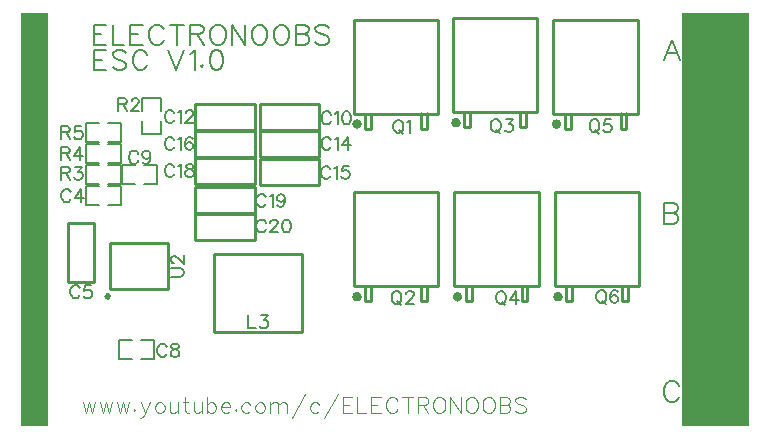
<source format=gto>
G04 Layer: TopSilkLayer*
G04 EasyEDA v5.9.41, Fri, 08 Feb 2019 23:39:09 GMT*
G04 113b46e1fbc2432c9b03807f1b5d6b43*
G04 Gerber Generator version 0.2*
G04 Scale: 100 percent, Rotated: No, Reflected: No *
G04 Dimensions in millimeters *
G04 leading zeros omitted , absolute positions ,3 integer and 3 decimal *
%FSLAX33Y33*%
%MOMM*%
G90*
G71D02*

%ADD10C,0.254000*%
%ADD12C,0.200000*%
%ADD13C,0.399999*%
%ADD14C,0.299999*%
%ADD42C,0.228600*%
%ADD43C,0.152400*%
%ADD44C,0.119990*%

%LPD*%
G54D10*
G01X7543Y11607D02*
G01X7543Y15468D01*
G01X12420Y11582D02*
G01X12420Y15468D01*
G01X7543Y11582D02*
G01X12420Y11582D01*
G01X7543Y15468D02*
G01X12420Y15468D01*
G54D12*
G01X10248Y26637D02*
G01X10248Y27738D01*
G01X11849Y27738D01*
G01X11849Y26637D01*
G01X10248Y25838D02*
G01X10248Y24738D01*
G01X11248Y24738D01*
G01X11849Y24738D01*
G01X11849Y25838D01*
G01X7384Y20307D02*
G01X8484Y20307D01*
G01X8484Y18707D01*
G01X7384Y18707D01*
G01X6584Y20307D02*
G01X5484Y20307D01*
G01X5484Y19307D01*
G01X5484Y18707D01*
G01X6584Y18707D01*
G54D42*
G01X6180Y17178D02*
G01X6180Y12178D01*
G01X3979Y12178D01*
G01X3979Y17178D01*
G01X6180Y17178D01*
G54D12*
G01X9379Y5626D02*
G01X8279Y5626D01*
G01X8279Y7226D01*
G01X9379Y7226D01*
G01X10179Y5626D02*
G01X11279Y5626D01*
G01X11279Y6626D01*
G01X11279Y7226D01*
G01X10179Y7226D01*
G01X10432Y22085D02*
G01X11532Y22085D01*
G01X11532Y20485D01*
G01X10432Y20485D01*
G01X9632Y22085D02*
G01X8532Y22085D01*
G01X8532Y21085D01*
G01X8532Y20485D01*
G01X9632Y20485D01*
G01X7384Y22085D02*
G01X8484Y22085D01*
G01X8484Y20485D01*
G01X7384Y20485D01*
G01X6584Y22085D02*
G01X5484Y22085D01*
G01X5484Y21085D01*
G01X5484Y20485D01*
G01X6584Y20485D01*
G01X7384Y23863D02*
G01X8484Y23863D01*
G01X8484Y22263D01*
G01X7384Y22263D01*
G01X6584Y23863D02*
G01X5484Y23863D01*
G01X5484Y22863D01*
G01X5484Y22263D01*
G01X6584Y22263D01*
G01X7384Y25641D02*
G01X8484Y25641D01*
G01X8484Y24041D01*
G01X7384Y24041D01*
G01X6584Y25641D02*
G01X5484Y25641D01*
G01X5484Y24641D01*
G01X5484Y24041D01*
G01X6584Y24041D01*
G54D10*
G01X23765Y7952D02*
G01X16366Y7952D01*
G01X16366Y7952D02*
G01X16366Y14552D01*
G01X23765Y14552D02*
G01X23765Y7952D01*
G01X16366Y14552D02*
G01X23765Y14552D01*
G54D42*
G01X14774Y27211D02*
G01X19774Y27211D01*
G01X19774Y25011D01*
G01X14774Y25011D01*
G01X14774Y27211D01*
G54D10*
G01X36558Y34514D02*
G01X36558Y26564D01*
G01X43705Y26564D01*
G01X43705Y34514D01*
G01X36558Y34514D01*
G01X37532Y26564D02*
G01X37532Y25264D01*
G01X38031Y25264D01*
G01X38031Y26564D01*
G01X42254Y26568D02*
G01X42254Y25268D01*
G01X42754Y25268D01*
G01X42754Y26568D01*
G01X36685Y19782D02*
G01X36685Y11832D01*
G01X43832Y11832D01*
G01X43832Y19782D01*
G01X36685Y19782D01*
G01X37659Y11832D02*
G01X37659Y10532D01*
G01X38158Y10532D01*
G01X38158Y11832D01*
G01X42381Y11836D02*
G01X42381Y10536D01*
G01X42881Y10536D01*
G01X42881Y11836D01*
G54D42*
G01X20235Y24925D02*
G01X25235Y24925D01*
G01X25235Y22725D01*
G01X20235Y22725D01*
G01X20235Y24925D01*
G54D10*
G01X28176Y34387D02*
G01X28176Y26437D01*
G01X35323Y26437D01*
G01X35323Y34387D01*
G01X28176Y34387D01*
G01X29150Y26437D02*
G01X29150Y25137D01*
G01X29649Y25137D01*
G01X29649Y26437D01*
G01X33872Y26441D02*
G01X33872Y25141D01*
G01X34372Y25141D01*
G01X34372Y26441D01*
G01X28176Y19782D02*
G01X28176Y11832D01*
G01X35323Y11832D01*
G01X35323Y19782D01*
G01X28176Y19782D01*
G01X29150Y11832D02*
G01X29150Y10532D01*
G01X29649Y10532D01*
G01X29649Y11832D01*
G01X33872Y11836D02*
G01X33872Y10536D01*
G01X34372Y10536D01*
G01X34372Y11836D01*
G54D42*
G01X20236Y27205D02*
G01X25236Y27205D01*
G01X25236Y25005D01*
G01X20236Y25005D01*
G01X20236Y27205D01*
G54D10*
G01X45067Y34387D02*
G01X45067Y26437D01*
G01X52214Y26437D01*
G01X52214Y34387D01*
G01X45067Y34387D01*
G01X46041Y26437D02*
G01X46041Y25137D01*
G01X46540Y25137D01*
G01X46540Y26437D01*
G01X50763Y26441D02*
G01X50763Y25141D01*
G01X51263Y25141D01*
G01X51263Y26441D01*
G01X45194Y19782D02*
G01X45194Y11832D01*
G01X52341Y11832D01*
G01X52341Y19782D01*
G01X45194Y19782D01*
G01X46168Y11832D02*
G01X46168Y10532D01*
G01X46667Y10532D01*
G01X46667Y11832D01*
G01X50890Y11836D02*
G01X50890Y10536D01*
G01X51390Y10536D01*
G01X51390Y11836D01*
G54D42*
G01X20246Y22595D02*
G01X25246Y22595D01*
G01X25246Y20395D01*
G01X20246Y20395D01*
G01X20246Y22595D01*
G01X14774Y24925D02*
G01X19774Y24925D01*
G01X19774Y22725D01*
G01X14774Y22725D01*
G01X14774Y24925D01*
G01X14774Y22639D02*
G01X19774Y22639D01*
G01X19774Y20439D01*
G01X14774Y20439D01*
G01X14774Y22639D01*
G01X14774Y20226D02*
G01X19774Y20226D01*
G01X19774Y18026D01*
G01X14774Y18026D01*
G01X14774Y20226D01*
G01X14774Y17940D02*
G01X19774Y17940D01*
G01X19774Y15740D01*
G01X14774Y15740D01*
G01X14774Y17940D01*
G54D43*
G01X12696Y12626D02*
G01X13474Y12626D01*
G01X13631Y12677D01*
G01X13735Y12781D01*
G01X13786Y12939D01*
G01X13786Y13043D01*
G01X13735Y13198D01*
G01X13631Y13302D01*
G01X13474Y13353D01*
G01X12696Y13353D01*
G01X12956Y13749D02*
G01X12902Y13749D01*
G01X12798Y13800D01*
G01X12747Y13853D01*
G01X12696Y13957D01*
G01X12696Y14163D01*
G01X12747Y14267D01*
G01X12798Y14321D01*
G01X12902Y14371D01*
G01X13006Y14371D01*
G01X13110Y14321D01*
G01X13268Y14216D01*
G01X13786Y13696D01*
G01X13786Y14425D01*
G01X8236Y27735D02*
G01X8236Y26645D01*
G01X8236Y27735D02*
G01X8704Y27735D01*
G01X8859Y27684D01*
G01X8912Y27633D01*
G01X8963Y27529D01*
G01X8963Y27425D01*
G01X8912Y27321D01*
G01X8859Y27267D01*
G01X8704Y27217D01*
G01X8236Y27217D01*
G01X8600Y27217D02*
G01X8963Y26645D01*
G01X9359Y27476D02*
G01X9359Y27529D01*
G01X9410Y27633D01*
G01X9463Y27684D01*
G01X9567Y27735D01*
G01X9773Y27735D01*
G01X9877Y27684D01*
G01X9931Y27633D01*
G01X9981Y27529D01*
G01X9981Y27425D01*
G01X9931Y27321D01*
G01X9827Y27163D01*
G01X9306Y26645D01*
G01X10035Y26645D01*
G01X4208Y19756D02*
G01X4155Y19860D01*
G01X4051Y19964D01*
G01X3949Y20015D01*
G01X3741Y20015D01*
G01X3637Y19964D01*
G01X3533Y19860D01*
G01X3479Y19756D01*
G01X3428Y19601D01*
G01X3428Y19342D01*
G01X3479Y19184D01*
G01X3533Y19080D01*
G01X3637Y18976D01*
G01X3741Y18925D01*
G01X3949Y18925D01*
G01X4051Y18976D01*
G01X4155Y19080D01*
G01X4208Y19184D01*
G01X5069Y20015D02*
G01X4551Y19288D01*
G01X5331Y19288D01*
G01X5069Y20015D02*
G01X5069Y18925D01*
G01X4970Y11625D02*
G01X4917Y11729D01*
G01X4813Y11833D01*
G01X4711Y11887D01*
G01X4503Y11887D01*
G01X4399Y11833D01*
G01X4295Y11729D01*
G01X4241Y11625D01*
G01X4191Y11470D01*
G01X4191Y11211D01*
G01X4241Y11054D01*
G01X4295Y10949D01*
G01X4399Y10845D01*
G01X4503Y10795D01*
G01X4711Y10795D01*
G01X4813Y10845D01*
G01X4917Y10949D01*
G01X4970Y11054D01*
G01X5936Y11887D02*
G01X5417Y11887D01*
G01X5364Y11417D01*
G01X5417Y11470D01*
G01X5572Y11521D01*
G01X5727Y11521D01*
G01X5885Y11470D01*
G01X5989Y11366D01*
G01X6040Y11211D01*
G01X6040Y11107D01*
G01X5989Y10949D01*
G01X5885Y10845D01*
G01X5727Y10795D01*
G01X5572Y10795D01*
G01X5417Y10845D01*
G01X5364Y10899D01*
G01X5313Y11003D01*
G01X12336Y6675D02*
G01X12283Y6779D01*
G01X12179Y6883D01*
G01X12077Y6934D01*
G01X11869Y6934D01*
G01X11765Y6883D01*
G01X11661Y6779D01*
G01X11607Y6675D01*
G01X11557Y6520D01*
G01X11557Y6261D01*
G01X11607Y6103D01*
G01X11661Y5999D01*
G01X11765Y5895D01*
G01X11869Y5844D01*
G01X12077Y5844D01*
G01X12179Y5895D01*
G01X12283Y5999D01*
G01X12336Y6103D01*
G01X12938Y6934D02*
G01X12783Y6883D01*
G01X12730Y6779D01*
G01X12730Y6675D01*
G01X12783Y6570D01*
G01X12887Y6520D01*
G01X13093Y6466D01*
G01X13251Y6416D01*
G01X13355Y6311D01*
G01X13406Y6207D01*
G01X13406Y6052D01*
G01X13355Y5948D01*
G01X13302Y5895D01*
G01X13147Y5844D01*
G01X12938Y5844D01*
G01X12783Y5895D01*
G01X12730Y5948D01*
G01X12679Y6052D01*
G01X12679Y6207D01*
G01X12730Y6311D01*
G01X12834Y6416D01*
G01X12992Y6466D01*
G01X13197Y6520D01*
G01X13302Y6570D01*
G01X13355Y6675D01*
G01X13355Y6779D01*
G01X13302Y6883D01*
G01X13147Y6934D01*
G01X12938Y6934D01*
G01X9926Y23036D02*
G01X9873Y23140D01*
G01X9769Y23244D01*
G01X9667Y23295D01*
G01X9459Y23295D01*
G01X9355Y23244D01*
G01X9251Y23140D01*
G01X9197Y23036D01*
G01X9146Y22881D01*
G01X9146Y22622D01*
G01X9197Y22464D01*
G01X9251Y22360D01*
G01X9355Y22256D01*
G01X9459Y22205D01*
G01X9667Y22205D01*
G01X9769Y22256D01*
G01X9873Y22360D01*
G01X9926Y22464D01*
G01X10945Y22932D02*
G01X10891Y22777D01*
G01X10787Y22672D01*
G01X10632Y22622D01*
G01X10582Y22622D01*
G01X10424Y22672D01*
G01X10320Y22777D01*
G01X10269Y22932D01*
G01X10269Y22985D01*
G01X10320Y23140D01*
G01X10424Y23244D01*
G01X10582Y23295D01*
G01X10632Y23295D01*
G01X10787Y23244D01*
G01X10891Y23140D01*
G01X10945Y22932D01*
G01X10945Y22672D01*
G01X10891Y22413D01*
G01X10787Y22256D01*
G01X10632Y22205D01*
G01X10528Y22205D01*
G01X10373Y22256D01*
G01X10320Y22360D01*
G01X3428Y21920D02*
G01X3428Y20830D01*
G01X3428Y21920D02*
G01X3896Y21920D01*
G01X4051Y21869D01*
G01X4104Y21818D01*
G01X4155Y21714D01*
G01X4155Y21610D01*
G01X4104Y21506D01*
G01X4051Y21452D01*
G01X3896Y21402D01*
G01X3428Y21402D01*
G01X3792Y21402D02*
G01X4155Y20830D01*
G01X4602Y21920D02*
G01X5173Y21920D01*
G01X4864Y21506D01*
G01X5019Y21506D01*
G01X5123Y21452D01*
G01X5173Y21402D01*
G01X5227Y21247D01*
G01X5227Y21142D01*
G01X5173Y20985D01*
G01X5069Y20881D01*
G01X4914Y20830D01*
G01X4759Y20830D01*
G01X4602Y20881D01*
G01X4551Y20934D01*
G01X4498Y21038D01*
G01X3428Y23571D02*
G01X3428Y22481D01*
G01X3428Y23571D02*
G01X3896Y23571D01*
G01X4051Y23520D01*
G01X4104Y23469D01*
G01X4155Y23365D01*
G01X4155Y23261D01*
G01X4104Y23157D01*
G01X4051Y23103D01*
G01X3896Y23053D01*
G01X3428Y23053D01*
G01X3792Y23053D02*
G01X4155Y22481D01*
G01X5019Y23571D02*
G01X4498Y22844D01*
G01X5278Y22844D01*
G01X5019Y23571D02*
G01X5019Y22481D01*
G01X3428Y25349D02*
G01X3428Y24259D01*
G01X3428Y25349D02*
G01X3896Y25349D01*
G01X4051Y25298D01*
G01X4104Y25247D01*
G01X4155Y25143D01*
G01X4155Y25039D01*
G01X4104Y24935D01*
G01X4051Y24881D01*
G01X3896Y24831D01*
G01X3428Y24831D01*
G01X3792Y24831D02*
G01X4155Y24259D01*
G01X5123Y25349D02*
G01X4602Y25349D01*
G01X4551Y24881D01*
G01X4602Y24935D01*
G01X4759Y24986D01*
G01X4914Y24986D01*
G01X5069Y24935D01*
G01X5173Y24831D01*
G01X5227Y24676D01*
G01X5227Y24571D01*
G01X5173Y24414D01*
G01X5069Y24310D01*
G01X4914Y24259D01*
G01X4759Y24259D01*
G01X4602Y24310D01*
G01X4551Y24363D01*
G01X4498Y24467D01*
G01X19246Y9355D02*
G01X19246Y8263D01*
G01X19246Y8263D02*
G01X19869Y8263D01*
G01X20316Y9355D02*
G01X20887Y9355D01*
G01X20577Y8938D01*
G01X20732Y8938D01*
G01X20837Y8887D01*
G01X20887Y8834D01*
G01X20941Y8679D01*
G01X20941Y8575D01*
G01X20887Y8420D01*
G01X20783Y8316D01*
G01X20628Y8263D01*
G01X20473Y8263D01*
G01X20316Y8316D01*
G01X20265Y8367D01*
G01X20212Y8471D01*
G01X12971Y26474D02*
G01X12918Y26578D01*
G01X12814Y26682D01*
G01X12712Y26735D01*
G01X12504Y26735D01*
G01X12400Y26682D01*
G01X12296Y26578D01*
G01X12242Y26474D01*
G01X12192Y26319D01*
G01X12192Y26060D01*
G01X12242Y25902D01*
G01X12296Y25798D01*
G01X12400Y25694D01*
G01X12504Y25643D01*
G01X12712Y25643D01*
G01X12814Y25694D01*
G01X12918Y25798D01*
G01X12971Y25902D01*
G01X13314Y26527D02*
G01X13418Y26578D01*
G01X13573Y26735D01*
G01X13573Y25643D01*
G01X13970Y26474D02*
G01X13970Y26527D01*
G01X14020Y26631D01*
G01X14071Y26682D01*
G01X14175Y26735D01*
G01X14384Y26735D01*
G01X14488Y26682D01*
G01X14541Y26631D01*
G01X14592Y26527D01*
G01X14592Y26423D01*
G01X14541Y26319D01*
G01X14437Y26164D01*
G01X13916Y25643D01*
G01X14643Y25643D01*
G01X40099Y25955D02*
G01X39995Y25901D01*
G01X39891Y25797D01*
G01X39837Y25693D01*
G01X39786Y25538D01*
G01X39786Y25279D01*
G01X39837Y25122D01*
G01X39891Y25020D01*
G01X39995Y24916D01*
G01X40099Y24863D01*
G01X40307Y24863D01*
G01X40409Y24916D01*
G01X40513Y25020D01*
G01X40566Y25122D01*
G01X40617Y25279D01*
G01X40617Y25538D01*
G01X40566Y25693D01*
G01X40513Y25797D01*
G01X40409Y25901D01*
G01X40307Y25955D01*
G01X40099Y25955D01*
G01X40254Y25071D02*
G01X40566Y24758D01*
G01X41064Y25955D02*
G01X41636Y25955D01*
G01X41323Y25538D01*
G01X41481Y25538D01*
G01X41585Y25487D01*
G01X41636Y25434D01*
G01X41689Y25279D01*
G01X41689Y25175D01*
G01X41636Y25020D01*
G01X41531Y24916D01*
G01X41376Y24863D01*
G01X41221Y24863D01*
G01X41064Y24916D01*
G01X41013Y24967D01*
G01X40960Y25071D01*
G01X40539Y11395D02*
G01X40435Y11341D01*
G01X40331Y11237D01*
G01X40277Y11133D01*
G01X40226Y10978D01*
G01X40226Y10719D01*
G01X40277Y10562D01*
G01X40331Y10460D01*
G01X40435Y10356D01*
G01X40539Y10303D01*
G01X40747Y10303D01*
G01X40849Y10356D01*
G01X40953Y10460D01*
G01X41006Y10562D01*
G01X41057Y10719D01*
G01X41057Y10978D01*
G01X41006Y11133D01*
G01X40953Y11237D01*
G01X40849Y11341D01*
G01X40747Y11395D01*
G01X40539Y11395D01*
G01X40694Y10511D02*
G01X41006Y10198D01*
G01X41921Y11395D02*
G01X41400Y10666D01*
G01X42180Y10666D01*
G01X41921Y11395D02*
G01X41921Y10303D01*
G01X26235Y24198D02*
G01X26182Y24302D01*
G01X26078Y24406D01*
G01X25976Y24460D01*
G01X25768Y24460D01*
G01X25664Y24406D01*
G01X25560Y24302D01*
G01X25506Y24198D01*
G01X25455Y24043D01*
G01X25455Y23784D01*
G01X25506Y23627D01*
G01X25560Y23522D01*
G01X25664Y23418D01*
G01X25768Y23368D01*
G01X25976Y23368D01*
G01X26078Y23418D01*
G01X26182Y23522D01*
G01X26235Y23627D01*
G01X26578Y24251D02*
G01X26682Y24302D01*
G01X26837Y24460D01*
G01X26837Y23368D01*
G01X27701Y24460D02*
G01X27180Y23731D01*
G01X27960Y23731D01*
G01X27701Y24460D02*
G01X27701Y23368D01*
G01X31839Y25895D02*
G01X31735Y25841D01*
G01X31631Y25737D01*
G01X31577Y25633D01*
G01X31526Y25478D01*
G01X31526Y25219D01*
G01X31577Y25062D01*
G01X31631Y24960D01*
G01X31735Y24856D01*
G01X31839Y24803D01*
G01X32047Y24803D01*
G01X32149Y24856D01*
G01X32253Y24960D01*
G01X32306Y25062D01*
G01X32357Y25219D01*
G01X32357Y25478D01*
G01X32306Y25633D01*
G01X32253Y25737D01*
G01X32149Y25841D01*
G01X32047Y25895D01*
G01X31839Y25895D01*
G01X31994Y25011D02*
G01X32306Y24698D01*
G01X32700Y25686D02*
G01X32804Y25737D01*
G01X32962Y25895D01*
G01X32962Y24803D01*
G01X31699Y11415D02*
G01X31595Y11361D01*
G01X31491Y11257D01*
G01X31437Y11153D01*
G01X31386Y10998D01*
G01X31386Y10739D01*
G01X31437Y10582D01*
G01X31491Y10480D01*
G01X31595Y10376D01*
G01X31699Y10323D01*
G01X31907Y10323D01*
G01X32009Y10376D01*
G01X32113Y10480D01*
G01X32166Y10582D01*
G01X32217Y10739D01*
G01X32217Y10998D01*
G01X32166Y11153D01*
G01X32113Y11257D01*
G01X32009Y11361D01*
G01X31907Y11415D01*
G01X31699Y11415D01*
G01X31854Y10531D02*
G01X32166Y10218D01*
G01X32613Y11153D02*
G01X32613Y11206D01*
G01X32664Y11311D01*
G01X32717Y11361D01*
G01X32822Y11415D01*
G01X33027Y11415D01*
G01X33131Y11361D01*
G01X33185Y11311D01*
G01X33236Y11206D01*
G01X33236Y11102D01*
G01X33185Y10998D01*
G01X33081Y10843D01*
G01X32560Y10323D01*
G01X33289Y10323D01*
G01X26236Y26351D02*
G01X26183Y26455D01*
G01X26079Y26559D01*
G01X25977Y26613D01*
G01X25769Y26613D01*
G01X25665Y26559D01*
G01X25560Y26455D01*
G01X25507Y26351D01*
G01X25456Y26196D01*
G01X25456Y25937D01*
G01X25507Y25780D01*
G01X25560Y25675D01*
G01X25665Y25571D01*
G01X25769Y25521D01*
G01X25977Y25521D01*
G01X26079Y25571D01*
G01X26183Y25675D01*
G01X26236Y25780D01*
G01X26579Y26404D02*
G01X26683Y26455D01*
G01X26838Y26613D01*
G01X26838Y25521D01*
G01X27493Y26613D02*
G01X27336Y26559D01*
G01X27234Y26404D01*
G01X27181Y26143D01*
G01X27181Y25988D01*
G01X27234Y25729D01*
G01X27336Y25571D01*
G01X27493Y25521D01*
G01X27598Y25521D01*
G01X27752Y25571D01*
G01X27857Y25729D01*
G01X27907Y25988D01*
G01X27907Y26143D01*
G01X27857Y26404D01*
G01X27752Y26559D01*
G01X27598Y26613D01*
G01X27493Y26613D01*
G01X48449Y25935D02*
G01X48345Y25881D01*
G01X48241Y25777D01*
G01X48187Y25673D01*
G01X48136Y25518D01*
G01X48136Y25259D01*
G01X48187Y25102D01*
G01X48241Y25000D01*
G01X48345Y24896D01*
G01X48449Y24843D01*
G01X48657Y24843D01*
G01X48759Y24896D01*
G01X48863Y25000D01*
G01X48916Y25102D01*
G01X48967Y25259D01*
G01X48967Y25518D01*
G01X48916Y25673D01*
G01X48863Y25777D01*
G01X48759Y25881D01*
G01X48657Y25935D01*
G01X48449Y25935D01*
G01X48604Y25051D02*
G01X48916Y24738D01*
G01X49935Y25935D02*
G01X49414Y25935D01*
G01X49363Y25467D01*
G01X49414Y25518D01*
G01X49571Y25572D01*
G01X49726Y25572D01*
G01X49881Y25518D01*
G01X49986Y25414D01*
G01X50039Y25259D01*
G01X50039Y25155D01*
G01X49986Y25000D01*
G01X49881Y24896D01*
G01X49726Y24843D01*
G01X49571Y24843D01*
G01X49414Y24896D01*
G01X49363Y24947D01*
G01X49310Y25051D01*
G01X49029Y11485D02*
G01X48925Y11431D01*
G01X48821Y11327D01*
G01X48767Y11223D01*
G01X48716Y11068D01*
G01X48716Y10809D01*
G01X48767Y10652D01*
G01X48821Y10550D01*
G01X48925Y10446D01*
G01X49029Y10393D01*
G01X49237Y10393D01*
G01X49339Y10446D01*
G01X49443Y10550D01*
G01X49496Y10652D01*
G01X49547Y10809D01*
G01X49547Y11068D01*
G01X49496Y11223D01*
G01X49443Y11327D01*
G01X49339Y11431D01*
G01X49237Y11485D01*
G01X49029Y11485D01*
G01X49184Y10601D02*
G01X49496Y10288D01*
G01X50515Y11327D02*
G01X50461Y11431D01*
G01X50306Y11485D01*
G01X50202Y11485D01*
G01X50047Y11431D01*
G01X49943Y11276D01*
G01X49890Y11017D01*
G01X49890Y10756D01*
G01X49943Y10550D01*
G01X50047Y10446D01*
G01X50202Y10393D01*
G01X50253Y10393D01*
G01X50411Y10446D01*
G01X50515Y10550D01*
G01X50566Y10705D01*
G01X50566Y10756D01*
G01X50515Y10913D01*
G01X50411Y11017D01*
G01X50253Y11068D01*
G01X50202Y11068D01*
G01X50047Y11017D01*
G01X49943Y10913D01*
G01X49890Y10756D01*
G01X26190Y21741D02*
G01X26137Y21845D01*
G01X26033Y21949D01*
G01X25931Y22003D01*
G01X25723Y22003D01*
G01X25619Y21949D01*
G01X25515Y21845D01*
G01X25461Y21741D01*
G01X25410Y21586D01*
G01X25410Y21327D01*
G01X25461Y21170D01*
G01X25515Y21066D01*
G01X25619Y20961D01*
G01X25723Y20911D01*
G01X25931Y20911D01*
G01X26033Y20961D01*
G01X26137Y21066D01*
G01X26190Y21170D01*
G01X26533Y21795D02*
G01X26637Y21845D01*
G01X26792Y22003D01*
G01X26792Y20911D01*
G01X27760Y22003D02*
G01X27239Y22003D01*
G01X27188Y21533D01*
G01X27239Y21586D01*
G01X27394Y21637D01*
G01X27552Y21637D01*
G01X27707Y21586D01*
G01X27811Y21482D01*
G01X27862Y21327D01*
G01X27862Y21223D01*
G01X27811Y21066D01*
G01X27707Y20961D01*
G01X27552Y20911D01*
G01X27394Y20911D01*
G01X27239Y20961D01*
G01X27188Y21015D01*
G01X27135Y21119D01*
G01X12971Y24188D02*
G01X12918Y24292D01*
G01X12814Y24396D01*
G01X12712Y24449D01*
G01X12504Y24449D01*
G01X12400Y24396D01*
G01X12296Y24292D01*
G01X12242Y24188D01*
G01X12192Y24033D01*
G01X12192Y23774D01*
G01X12242Y23616D01*
G01X12296Y23512D01*
G01X12400Y23408D01*
G01X12504Y23357D01*
G01X12712Y23357D01*
G01X12814Y23408D01*
G01X12918Y23512D01*
G01X12971Y23616D01*
G01X13314Y24241D02*
G01X13418Y24292D01*
G01X13573Y24449D01*
G01X13573Y23357D01*
G01X14541Y24292D02*
G01X14488Y24396D01*
G01X14333Y24449D01*
G01X14229Y24449D01*
G01X14071Y24396D01*
G01X13970Y24241D01*
G01X13916Y23979D01*
G01X13916Y23720D01*
G01X13970Y23512D01*
G01X14071Y23408D01*
G01X14229Y23357D01*
G01X14279Y23357D01*
G01X14437Y23408D01*
G01X14541Y23512D01*
G01X14592Y23670D01*
G01X14592Y23720D01*
G01X14541Y23878D01*
G01X14437Y23979D01*
G01X14279Y24033D01*
G01X14229Y24033D01*
G01X14071Y23979D01*
G01X13970Y23878D01*
G01X13916Y23720D01*
G01X12971Y21912D02*
G01X12918Y22016D01*
G01X12814Y22120D01*
G01X12712Y22174D01*
G01X12504Y22174D01*
G01X12400Y22120D01*
G01X12296Y22016D01*
G01X12242Y21912D01*
G01X12192Y21757D01*
G01X12192Y21498D01*
G01X12242Y21341D01*
G01X12296Y21236D01*
G01X12400Y21132D01*
G01X12504Y21082D01*
G01X12712Y21082D01*
G01X12814Y21132D01*
G01X12918Y21236D01*
G01X12971Y21341D01*
G01X13314Y21965D02*
G01X13418Y22016D01*
G01X13573Y22174D01*
G01X13573Y21082D01*
G01X14175Y22174D02*
G01X14020Y22120D01*
G01X13970Y22016D01*
G01X13970Y21912D01*
G01X14020Y21808D01*
G01X14124Y21757D01*
G01X14333Y21704D01*
G01X14488Y21653D01*
G01X14592Y21549D01*
G01X14643Y21445D01*
G01X14643Y21290D01*
G01X14592Y21186D01*
G01X14541Y21132D01*
G01X14384Y21082D01*
G01X14175Y21082D01*
G01X14020Y21132D01*
G01X13970Y21186D01*
G01X13916Y21290D01*
G01X13916Y21445D01*
G01X13970Y21549D01*
G01X14071Y21653D01*
G01X14229Y21704D01*
G01X14437Y21757D01*
G01X14541Y21808D01*
G01X14592Y21912D01*
G01X14592Y22016D01*
G01X14541Y22120D01*
G01X14384Y22174D01*
G01X14175Y22174D01*
G01X20718Y19362D02*
G01X20665Y19466D01*
G01X20561Y19570D01*
G01X20459Y19623D01*
G01X20251Y19623D01*
G01X20147Y19570D01*
G01X20043Y19466D01*
G01X19989Y19362D01*
G01X19939Y19207D01*
G01X19939Y18948D01*
G01X19989Y18790D01*
G01X20043Y18686D01*
G01X20147Y18582D01*
G01X20251Y18531D01*
G01X20459Y18531D01*
G01X20561Y18582D01*
G01X20665Y18686D01*
G01X20718Y18790D01*
G01X21061Y19415D02*
G01X21165Y19466D01*
G01X21320Y19623D01*
G01X21320Y18531D01*
G01X22339Y19258D02*
G01X22288Y19103D01*
G01X22184Y18998D01*
G01X22026Y18948D01*
G01X21976Y18948D01*
G01X21818Y18998D01*
G01X21717Y19103D01*
G01X21663Y19258D01*
G01X21663Y19311D01*
G01X21717Y19466D01*
G01X21818Y19570D01*
G01X21976Y19623D01*
G01X22026Y19623D01*
G01X22184Y19570D01*
G01X22288Y19466D01*
G01X22339Y19258D01*
G01X22339Y18998D01*
G01X22288Y18739D01*
G01X22184Y18582D01*
G01X22026Y18531D01*
G01X21922Y18531D01*
G01X21767Y18582D01*
G01X21717Y18686D01*
G01X20718Y17203D02*
G01X20665Y17307D01*
G01X20561Y17411D01*
G01X20459Y17464D01*
G01X20251Y17464D01*
G01X20147Y17411D01*
G01X20043Y17307D01*
G01X19989Y17203D01*
G01X19939Y17048D01*
G01X19939Y16789D01*
G01X19989Y16631D01*
G01X20043Y16527D01*
G01X20147Y16423D01*
G01X20251Y16372D01*
G01X20459Y16372D01*
G01X20561Y16423D01*
G01X20665Y16527D01*
G01X20718Y16631D01*
G01X21112Y17203D02*
G01X21112Y17256D01*
G01X21165Y17360D01*
G01X21216Y17411D01*
G01X21320Y17464D01*
G01X21529Y17464D01*
G01X21633Y17411D01*
G01X21683Y17360D01*
G01X21737Y17256D01*
G01X21737Y17152D01*
G01X21683Y17048D01*
G01X21579Y16893D01*
G01X21061Y16372D01*
G01X21788Y16372D01*
G01X22443Y17464D02*
G01X22288Y17411D01*
G01X22184Y17256D01*
G01X22131Y16994D01*
G01X22131Y16839D01*
G01X22184Y16580D01*
G01X22288Y16423D01*
G01X22443Y16372D01*
G01X22547Y16372D01*
G01X22702Y16423D01*
G01X22806Y16580D01*
G01X22860Y16839D01*
G01X22860Y16994D01*
G01X22806Y17256D01*
G01X22702Y17411D01*
G01X22547Y17464D01*
G01X22443Y17464D01*
G54D44*
G01X5226Y1974D02*
G01X5480Y1082D01*
G01X5734Y1974D02*
G01X5480Y1082D01*
G01X5734Y1974D02*
G01X5988Y1082D01*
G01X6242Y1974D02*
G01X5988Y1082D01*
G01X6664Y1974D02*
G01X6918Y1082D01*
G01X7172Y1974D02*
G01X6918Y1082D01*
G01X7172Y1974D02*
G01X7426Y1082D01*
G01X7683Y1974D02*
G01X7426Y1082D01*
G01X8102Y1974D02*
G01X8356Y1082D01*
G01X8610Y1974D02*
G01X8356Y1082D01*
G01X8610Y1974D02*
G01X8866Y1082D01*
G01X9120Y1974D02*
G01X8866Y1082D01*
G01X9603Y1402D02*
G01X9539Y1339D01*
G01X9603Y1273D01*
G01X9666Y1339D01*
G01X9603Y1402D01*
G01X10151Y1974D02*
G01X10532Y1082D01*
G01X10913Y1974D02*
G01X10532Y1082D01*
G01X10405Y828D01*
G01X10278Y701D01*
G01X10151Y638D01*
G01X10088Y638D01*
G01X11653Y1974D02*
G01X11526Y1910D01*
G01X11399Y1783D01*
G01X11335Y1593D01*
G01X11335Y1466D01*
G01X11399Y1273D01*
G01X11526Y1146D01*
G01X11653Y1082D01*
G01X11843Y1082D01*
G01X11970Y1146D01*
G01X12097Y1273D01*
G01X12161Y1466D01*
G01X12161Y1593D01*
G01X12097Y1783D01*
G01X11970Y1910D01*
G01X11843Y1974D01*
G01X11653Y1974D01*
G01X12582Y1974D02*
G01X12582Y1339D01*
G01X12646Y1146D01*
G01X12773Y1082D01*
G01X12963Y1082D01*
G01X13090Y1146D01*
G01X13281Y1339D01*
G01X13281Y1974D02*
G01X13281Y1082D01*
G01X13893Y2418D02*
G01X13893Y1339D01*
G01X13956Y1146D01*
G01X14083Y1082D01*
G01X14210Y1082D01*
G01X13702Y1974D02*
G01X14147Y1974D01*
G01X14632Y1974D02*
G01X14632Y1339D01*
G01X14696Y1146D01*
G01X14823Y1082D01*
G01X15013Y1082D01*
G01X15140Y1146D01*
G01X15331Y1339D01*
G01X15331Y1974D02*
G01X15331Y1082D01*
G01X15750Y2418D02*
G01X15750Y1082D01*
G01X15750Y1783D02*
G01X15879Y1910D01*
G01X16006Y1974D01*
G01X16197Y1974D01*
G01X16324Y1910D01*
G01X16451Y1783D01*
G01X16514Y1593D01*
G01X16514Y1466D01*
G01X16451Y1273D01*
G01X16324Y1146D01*
G01X16197Y1082D01*
G01X16006Y1082D01*
G01X15879Y1146D01*
G01X15750Y1273D01*
G01X16933Y1593D02*
G01X17698Y1593D01*
G01X17698Y1720D01*
G01X17634Y1847D01*
G01X17571Y1910D01*
G01X17444Y1974D01*
G01X17253Y1974D01*
G01X17126Y1910D01*
G01X16999Y1783D01*
G01X16933Y1593D01*
G01X16933Y1466D01*
G01X16999Y1273D01*
G01X17126Y1146D01*
G01X17253Y1082D01*
G01X17444Y1082D01*
G01X17571Y1146D01*
G01X17698Y1273D01*
G01X18183Y1402D02*
G01X18117Y1339D01*
G01X18183Y1273D01*
G01X18246Y1339D01*
G01X18183Y1402D01*
G01X19430Y1783D02*
G01X19301Y1910D01*
G01X19174Y1974D01*
G01X18983Y1974D01*
G01X18856Y1910D01*
G01X18729Y1783D01*
G01X18666Y1593D01*
G01X18666Y1466D01*
G01X18729Y1273D01*
G01X18856Y1146D01*
G01X18983Y1082D01*
G01X19174Y1082D01*
G01X19301Y1146D01*
G01X19430Y1273D01*
G01X20167Y1974D02*
G01X20040Y1910D01*
G01X19913Y1783D01*
G01X19849Y1593D01*
G01X19849Y1466D01*
G01X19913Y1273D01*
G01X20040Y1146D01*
G01X20167Y1082D01*
G01X20357Y1082D01*
G01X20484Y1146D01*
G01X20614Y1273D01*
G01X20677Y1466D01*
G01X20677Y1593D01*
G01X20614Y1783D01*
G01X20484Y1910D01*
G01X20357Y1974D01*
G01X20167Y1974D01*
G01X21096Y1974D02*
G01X21096Y1082D01*
G01X21096Y1720D02*
G01X21287Y1910D01*
G01X21414Y1974D01*
G01X21604Y1974D01*
G01X21734Y1910D01*
G01X21797Y1720D01*
G01X21797Y1082D01*
G01X21797Y1720D02*
G01X21988Y1910D01*
G01X22115Y1974D01*
G01X22305Y1974D01*
G01X22432Y1910D01*
G01X22496Y1720D01*
G01X22496Y1082D01*
G01X24061Y2675D02*
G01X22918Y638D01*
G01X25244Y1783D02*
G01X25117Y1910D01*
G01X24990Y1974D01*
G01X24800Y1974D01*
G01X24673Y1910D01*
G01X24546Y1783D01*
G01X24482Y1593D01*
G01X24482Y1466D01*
G01X24546Y1273D01*
G01X24673Y1146D01*
G01X24800Y1082D01*
G01X24990Y1082D01*
G01X25117Y1146D01*
G01X25244Y1273D01*
G01X26811Y2675D02*
G01X25666Y638D01*
G01X27230Y2418D02*
G01X27230Y1082D01*
G01X27230Y2418D02*
G01X28058Y2418D01*
G01X27230Y1783D02*
G01X27741Y1783D01*
G01X27230Y1082D02*
G01X28058Y1082D01*
G01X28478Y2418D02*
G01X28478Y1082D01*
G01X28478Y1082D02*
G01X29242Y1082D01*
G01X29661Y2418D02*
G01X29661Y1082D01*
G01X29661Y2418D02*
G01X30489Y2418D01*
G01X29661Y1783D02*
G01X30172Y1783D01*
G01X29661Y1082D02*
G01X30489Y1082D01*
G01X31863Y2101D02*
G01X31800Y2228D01*
G01X31673Y2355D01*
G01X31546Y2418D01*
G01X31292Y2418D01*
G01X31162Y2355D01*
G01X31035Y2228D01*
G01X30972Y2101D01*
G01X30908Y1910D01*
G01X30908Y1593D01*
G01X30972Y1402D01*
G01X31035Y1273D01*
G01X31162Y1146D01*
G01X31292Y1082D01*
G01X31546Y1082D01*
G01X31673Y1146D01*
G01X31800Y1273D01*
G01X31863Y1402D01*
G01X32730Y2418D02*
G01X32730Y1082D01*
G01X32283Y2418D02*
G01X33174Y2418D01*
G01X33596Y2418D02*
G01X33596Y1082D01*
G01X33596Y2418D02*
G01X34167Y2418D01*
G01X34358Y2355D01*
G01X34421Y2291D01*
G01X34485Y2164D01*
G01X34485Y2037D01*
G01X34421Y1910D01*
G01X34358Y1847D01*
G01X34167Y1783D01*
G01X33596Y1783D01*
G01X34040Y1783D02*
G01X34485Y1082D01*
G01X35287Y2418D02*
G01X35160Y2355D01*
G01X35033Y2228D01*
G01X34970Y2101D01*
G01X34906Y1910D01*
G01X34906Y1593D01*
G01X34970Y1402D01*
G01X35033Y1273D01*
G01X35160Y1146D01*
G01X35287Y1082D01*
G01X35541Y1082D01*
G01X35668Y1146D01*
G01X35795Y1273D01*
G01X35859Y1402D01*
G01X35922Y1593D01*
G01X35922Y1910D01*
G01X35859Y2101D01*
G01X35795Y2228D01*
G01X35668Y2355D01*
G01X35541Y2418D01*
G01X35287Y2418D01*
G01X36344Y2418D02*
G01X36344Y1082D01*
G01X36344Y2418D02*
G01X37236Y1082D01*
G01X37236Y2418D02*
G01X37236Y1082D01*
G01X38036Y2418D02*
G01X37909Y2355D01*
G01X37782Y2228D01*
G01X37718Y2101D01*
G01X37655Y1910D01*
G01X37655Y1593D01*
G01X37718Y1402D01*
G01X37782Y1273D01*
G01X37909Y1146D01*
G01X38036Y1082D01*
G01X38290Y1082D01*
G01X38419Y1146D01*
G01X38546Y1273D01*
G01X38610Y1402D01*
G01X38673Y1593D01*
G01X38673Y1910D01*
G01X38610Y2101D01*
G01X38546Y2228D01*
G01X38419Y2355D01*
G01X38290Y2418D01*
G01X38036Y2418D01*
G01X39473Y2418D02*
G01X39346Y2355D01*
G01X39219Y2228D01*
G01X39156Y2101D01*
G01X39092Y1910D01*
G01X39092Y1593D01*
G01X39156Y1402D01*
G01X39219Y1273D01*
G01X39346Y1146D01*
G01X39473Y1082D01*
G01X39730Y1082D01*
G01X39857Y1146D01*
G01X39984Y1273D01*
G01X40047Y1402D01*
G01X40111Y1593D01*
G01X40111Y1910D01*
G01X40047Y2101D01*
G01X39984Y2228D01*
G01X39857Y2355D01*
G01X39730Y2418D01*
G01X39473Y2418D01*
G01X40530Y2418D02*
G01X40530Y1082D01*
G01X40530Y2418D02*
G01X41104Y2418D01*
G01X41294Y2355D01*
G01X41358Y2291D01*
G01X41421Y2164D01*
G01X41421Y2037D01*
G01X41358Y1910D01*
G01X41294Y1847D01*
G01X41104Y1783D01*
G01X40530Y1783D02*
G01X41104Y1783D01*
G01X41294Y1720D01*
G01X41358Y1656D01*
G01X41421Y1529D01*
G01X41421Y1339D01*
G01X41358Y1209D01*
G01X41294Y1146D01*
G01X41104Y1082D01*
G01X40530Y1082D01*
G01X42732Y2228D02*
G01X42605Y2355D01*
G01X42415Y2418D01*
G01X42161Y2418D01*
G01X41970Y2355D01*
G01X41841Y2228D01*
G01X41841Y2101D01*
G01X41907Y1974D01*
G01X41970Y1910D01*
G01X42097Y1847D01*
G01X42478Y1720D01*
G01X42605Y1656D01*
G01X42669Y1593D01*
G01X42732Y1466D01*
G01X42732Y1273D01*
G01X42605Y1146D01*
G01X42415Y1082D01*
G01X42161Y1082D01*
G01X41970Y1146D01*
G01X41841Y1273D01*
G54D12*
G01X6147Y33965D02*
G01X6147Y32245D01*
G01X6147Y33965D02*
G01X7211Y33965D01*
G01X6147Y33147D02*
G01X6802Y33147D01*
G01X6147Y32245D02*
G01X7211Y32245D01*
G01X7752Y33965D02*
G01X7752Y32245D01*
G01X7752Y32245D02*
G01X8732Y32245D01*
G01X9273Y33965D02*
G01X9273Y32245D01*
G01X9273Y33965D02*
G01X10338Y33965D01*
G01X9273Y33147D02*
G01X9929Y33147D01*
G01X9273Y32245D02*
G01X10338Y32245D01*
G01X12103Y33556D02*
G01X12022Y33718D01*
G01X11859Y33881D01*
G01X11694Y33965D01*
G01X11369Y33965D01*
G01X11204Y33881D01*
G01X11041Y33718D01*
G01X10957Y33556D01*
G01X10876Y33309D01*
G01X10876Y32900D01*
G01X10957Y32654D01*
G01X11041Y32492D01*
G01X11204Y32326D01*
G01X11369Y32245D01*
G01X11694Y32245D01*
G01X11859Y32326D01*
G01X12022Y32492D01*
G01X12103Y32654D01*
G01X13218Y33965D02*
G01X13218Y32245D01*
G01X12644Y33965D02*
G01X13789Y33965D01*
G01X14330Y33965D02*
G01X14330Y32245D01*
G01X14330Y33965D02*
G01X15067Y33965D01*
G01X15311Y33881D01*
G01X15392Y33800D01*
G01X15476Y33637D01*
G01X15476Y33472D01*
G01X15392Y33309D01*
G01X15311Y33228D01*
G01X15067Y33147D01*
G01X14330Y33147D01*
G01X14902Y33147D02*
G01X15476Y32245D01*
G01X16505Y33965D02*
G01X16342Y33881D01*
G01X16180Y33718D01*
G01X16096Y33556D01*
G01X16014Y33309D01*
G01X16014Y32900D01*
G01X16096Y32654D01*
G01X16180Y32492D01*
G01X16342Y32326D01*
G01X16505Y32245D01*
G01X16832Y32245D01*
G01X16997Y32326D01*
G01X17160Y32492D01*
G01X17241Y32654D01*
G01X17325Y32900D01*
G01X17325Y33309D01*
G01X17241Y33556D01*
G01X17160Y33718D01*
G01X16997Y33881D01*
G01X16832Y33965D01*
G01X16505Y33965D01*
G01X17864Y33965D02*
G01X17864Y32245D01*
G01X17864Y33965D02*
G01X19009Y32245D01*
G01X19009Y33965D02*
G01X19009Y32245D01*
G01X20040Y33965D02*
G01X19878Y33881D01*
G01X19713Y33718D01*
G01X19631Y33556D01*
G01X19550Y33309D01*
G01X19550Y32900D01*
G01X19631Y32654D01*
G01X19713Y32492D01*
G01X19878Y32326D01*
G01X20040Y32245D01*
G01X20368Y32245D01*
G01X20531Y32326D01*
G01X20696Y32492D01*
G01X20777Y32654D01*
G01X20858Y32900D01*
G01X20858Y33309D01*
G01X20777Y33556D01*
G01X20696Y33718D01*
G01X20531Y33881D01*
G01X20368Y33965D01*
G01X20040Y33965D01*
G01X21889Y33965D02*
G01X21727Y33881D01*
G01X21562Y33718D01*
G01X21480Y33556D01*
G01X21399Y33309D01*
G01X21399Y32900D01*
G01X21480Y32654D01*
G01X21562Y32492D01*
G01X21727Y32326D01*
G01X21889Y32245D01*
G01X22217Y32245D01*
G01X22380Y32326D01*
G01X22545Y32492D01*
G01X22626Y32654D01*
G01X22707Y32900D01*
G01X22707Y33309D01*
G01X22626Y33556D01*
G01X22545Y33718D01*
G01X22380Y33881D01*
G01X22217Y33965D01*
G01X21889Y33965D01*
G01X23248Y33965D02*
G01X23248Y32245D01*
G01X23248Y33965D02*
G01X23985Y33965D01*
G01X24229Y33881D01*
G01X24310Y33800D01*
G01X24394Y33637D01*
G01X24394Y33472D01*
G01X24310Y33309D01*
G01X24229Y33228D01*
G01X23985Y33147D01*
G01X23248Y33147D02*
G01X23985Y33147D01*
G01X24229Y33063D01*
G01X24310Y32982D01*
G01X24394Y32819D01*
G01X24394Y32573D01*
G01X24310Y32410D01*
G01X24229Y32326D01*
G01X23985Y32245D01*
G01X23248Y32245D01*
G01X26078Y33718D02*
G01X25915Y33881D01*
G01X25669Y33965D01*
G01X25341Y33965D01*
G01X25097Y33881D01*
G01X24932Y33718D01*
G01X24932Y33556D01*
G01X25016Y33391D01*
G01X25097Y33309D01*
G01X25260Y33228D01*
G01X25750Y33063D01*
G01X25915Y32982D01*
G01X25997Y32900D01*
G01X26078Y32738D01*
G01X26078Y32492D01*
G01X25915Y32326D01*
G01X25669Y32245D01*
G01X25341Y32245D01*
G01X25097Y32326D01*
G01X24932Y32492D01*
G01X6166Y31815D02*
G01X6166Y30098D01*
G01X6166Y31815D02*
G01X7231Y31815D01*
G01X6166Y30997D02*
G01X6822Y30997D01*
G01X6166Y30098D02*
G01X7231Y30098D01*
G01X8915Y31571D02*
G01X8752Y31733D01*
G01X8506Y31815D01*
G01X8178Y31815D01*
G01X7934Y31733D01*
G01X7769Y31571D01*
G01X7769Y31406D01*
G01X7853Y31243D01*
G01X7934Y31162D01*
G01X8097Y31078D01*
G01X8590Y30916D01*
G01X8752Y30834D01*
G01X8833Y30753D01*
G01X8915Y30588D01*
G01X8915Y30342D01*
G01X8752Y30179D01*
G01X8506Y30098D01*
G01X8178Y30098D01*
G01X7934Y30179D01*
G01X7769Y30342D01*
G01X10683Y31406D02*
G01X10601Y31571D01*
G01X10439Y31733D01*
G01X10274Y31815D01*
G01X9946Y31815D01*
G01X9783Y31733D01*
G01X9618Y31571D01*
G01X9537Y31406D01*
G01X9456Y31162D01*
G01X9456Y30753D01*
G01X9537Y30507D01*
G01X9618Y30342D01*
G01X9783Y30179D01*
G01X9946Y30098D01*
G01X10274Y30098D01*
G01X10439Y30179D01*
G01X10601Y30342D01*
G01X10683Y30507D01*
G01X12483Y31815D02*
G01X13136Y30098D01*
G01X13792Y31815D02*
G01X13136Y30098D01*
G01X14333Y31487D02*
G01X14495Y31571D01*
G01X14742Y31815D01*
G01X14742Y30098D01*
G01X15364Y30507D02*
G01X15280Y30425D01*
G01X15364Y30342D01*
G01X15445Y30425D01*
G01X15364Y30507D01*
G01X16476Y31815D02*
G01X16230Y31733D01*
G01X16067Y31487D01*
G01X15984Y31078D01*
G01X15984Y30834D01*
G01X16067Y30425D01*
G01X16230Y30179D01*
G01X16476Y30098D01*
G01X16639Y30098D01*
G01X16885Y30179D01*
G01X17048Y30425D01*
G01X17129Y30834D01*
G01X17129Y31078D01*
G01X17048Y31487D01*
G01X16885Y31733D01*
G01X16639Y31815D01*
G01X16476Y31815D01*
G01X55122Y32685D02*
G01X54466Y30968D01*
G01X55122Y32685D02*
G01X55777Y30968D01*
G01X54713Y31539D02*
G01X55531Y31539D01*
G01X54466Y18835D02*
G01X54466Y17115D01*
G01X54466Y18835D02*
G01X55203Y18835D01*
G01X55447Y18751D01*
G01X55531Y18670D01*
G01X55612Y18507D01*
G01X55612Y18342D01*
G01X55531Y18179D01*
G01X55447Y18098D01*
G01X55203Y18014D01*
G01X54466Y18014D02*
G01X55203Y18014D01*
G01X55447Y17933D01*
G01X55531Y17852D01*
G01X55612Y17689D01*
G01X55612Y17443D01*
G01X55531Y17280D01*
G01X55447Y17196D01*
G01X55203Y17115D01*
G01X54466Y17115D01*
G01X55673Y3346D02*
G01X55592Y3508D01*
G01X55427Y3674D01*
G01X55264Y3755D01*
G01X54937Y3755D01*
G01X54774Y3674D01*
G01X54609Y3508D01*
G01X54528Y3346D01*
G01X54446Y3099D01*
G01X54446Y2691D01*
G01X54528Y2444D01*
G01X54609Y2282D01*
G01X54774Y2119D01*
G01X54937Y2035D01*
G01X55264Y2035D01*
G01X55427Y2119D01*
G01X55592Y2282D01*
G01X55673Y2444D01*
G54D14*
G75*
G01X7341Y11100D02*
G03X7343Y11100I1J-150D01*
G01*
G54D13*
G75*
G01X37033Y25664D02*
G03X37033Y25662I-200J-1D01*
G01*
G75*
G01X37160Y10932D02*
G03X37160Y10930I-200J-1D01*
G01*
G75*
G01X28651Y25537D02*
G03X28651Y25535I-200J-1D01*
G01*
G75*
G01X28651Y10932D02*
G03X28651Y10930I-200J-1D01*
G01*
G75*
G01X45542Y25537D02*
G03X45542Y25535I-200J-1D01*
G01*
G75*
G01X45669Y10932D02*
G03X45669Y10930I-200J-1D01*
G01*
G36*
G01X55966Y34985D02*
G01X61656Y34985D01*
G01X61656Y-14D01*
G01X55966Y-14D01*
G01X55966Y34985D01*
G37*
G36*
G01X-23Y34965D02*
G01X2306Y34965D01*
G01X2306Y-34D01*
G01X-23Y-34D01*
G01X-23Y34965D01*
G37*
M00*
M02*

</source>
